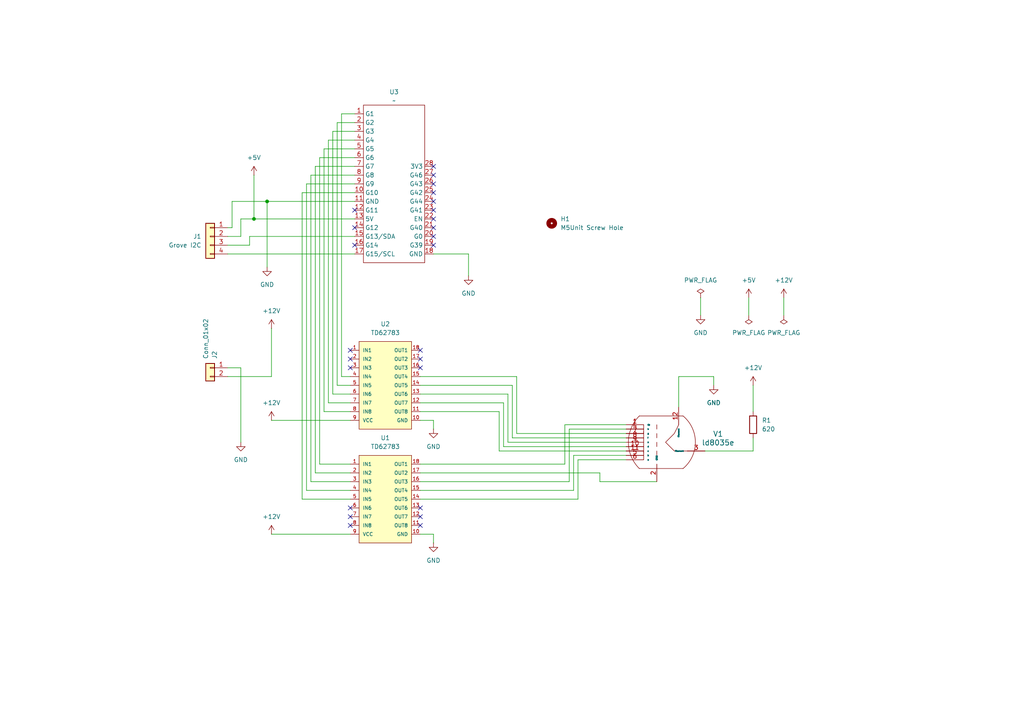
<source format=kicad_sch>
(kicad_sch (version 20231120) (generator "eeschema") (generator_version "8.0")
  (paper "A4")
  (lib_symbols
    (symbol "Connector_Generic:Conn_01x02" (pin_names (offset 1.016) hide)
      (property "Reference" "J" (at 0 2.54 0))
      (property "Value" "Conn_01x02" (at 0 -5.08 0))
      (symbol "Conn_01x02_1_1"
        (rectangle (start -1.27 -2.413) (end 0 -2.667) (stroke (width 0.1524)))
        (rectangle (start -1.27 0.127) (end 0 -0.127) (stroke (width 0.1524)))
        (rectangle (start -1.27 1.27) (end 1.27 -3.81) (stroke (width 0.254)) (fill (type background)))
        (pin passive line (at -5.08 0 0) (length 3.81) (name "Pin_1") (number "1"))
        (pin passive line (at -5.08 -2.54 0) (length 3.81) (name "Pin_2") (number "2"))
      )
    )
    (symbol "Connector_Generic:Conn_01x04" (pin_names (offset 1.016) hide)
      (property "Reference" "J" (at 0 5.08 0))
      (property "Value" "Conn_01x04" (at 0 -7.62 0))
      (symbol "Conn_01x04_1_1"
        (rectangle (start -1.27 -4.953) (end 0 -5.207) (stroke (width 0.1524)))
        (rectangle (start -1.27 -2.413) (end 0 -2.667) (stroke (width 0.1524)))
        (rectangle (start -1.27 0.127) (end 0 -0.127) (stroke (width 0.1524)))
        (rectangle (start -1.27 2.667) (end 0 2.413) (stroke (width 0.1524)))
        (rectangle (start -1.27 3.81) (end 1.27 -6.35) (stroke (width 0.254)) (fill (type background)))
        (pin passive line (at -5.08 2.54 0) (length 3.81) (name "Pin_1") (number "1"))
        (pin passive line (at -5.08 0 0) (length 3.81) (name "Pin_2") (number "2"))
        (pin passive line (at -5.08 -2.54 0) (length 3.81) (name "Pin_3") (number "3"))
        (pin passive line (at -5.08 -5.08 0) (length 3.81) (name "Pin_4") (number "4"))
      )
    )
    (symbol "Device:R" (pin_numbers hide) (pin_names (offset 0))
      (property "Reference" "R" (at 2.032 0 90))
      (property "Value" "R" (at 0 0 90))
      (symbol "R_0_1"
        (rectangle (start -1.016 -2.54) (end 1.016 2.54) (stroke (width 0.254)))
      )
      (symbol "R_1_1"
        (pin passive line (at 0 3.81 270) (length 1.27) (name "~") (number "1"))
        (pin passive line (at 0 -3.81 90) (length 1.27) (name "~") (number "2"))
      )
    )
    (symbol "Unit-HDPL:M5StampS3"
      (property "Reference" "U" (at 0 1.27 0))
      (symbol "M5StampS3_0_1"
        (rectangle (start -8.89 0) (end 8.89 -45.72))
      )
      (symbol "M5StampS3_1_1"
        (pin bidirectional line (at -11.43 -2.54 0) (length 2.54) (name "G1") (number "1"))
        (pin bidirectional line (at -11.43 -25.4 0) (length 2.54) (name "G10") (number "10"))
        (pin power_in line (at -11.43 -27.94 0) (length 2.54) (name "GND") (number "11"))
        (pin bidirectional line (at -11.43 -30.48 0) (length 2.54) (name "G11") (number "12"))
        (pin power_in line (at -11.43 -33.02 0) (length 2.54) (name "5V") (number "13"))
        (pin bidirectional line (at -11.43 -35.56 0) (length 2.54) (name "G12") (number "14"))
        (pin bidirectional line (at -11.43 -38.1 0) (length 2.54) (name "G13/SDA") (number "15"))
        (pin bidirectional line (at -11.43 -40.64 0) (length 2.54) (name "G14") (number "16"))
        (pin bidirectional line (at -11.43 -43.18 0) (length 2.54) (name "G15/SCL") (number "17"))
        (pin power_in line (at 11.43 -43.18 180) (length 2.54) (name "GND") (number "18"))
        (pin bidirectional line (at 11.43 -40.64 180) (length 2.54) (name "G39") (number "19"))
        (pin bidirectional line (at -11.43 -5.08 0) (length 2.54) (name "G2") (number "2"))
        (pin bidirectional line (at 11.43 -38.1 180) (length 2.54) (name "G0") (number "20"))
        (pin bidirectional line (at 11.43 -35.56 180) (length 2.54) (name "G40") (number "21"))
        (pin bidirectional line (at 11.43 -33.02 180) (length 2.54) (name "EN") (number "22"))
        (pin bidirectional line (at 11.43 -30.48 180) (length 2.54) (name "G41") (number "23"))
        (pin bidirectional line (at 11.43 -27.94 180) (length 2.54) (name "G44") (number "24"))
        (pin bidirectional line (at 11.43 -25.4 180) (length 2.54) (name "G42") (number "25"))
        (pin bidirectional line (at 11.43 -22.86 180) (length 2.54) (name "G43") (number "26"))
        (pin bidirectional line (at 11.43 -20.32 180) (length 2.54) (name "G46") (number "27"))
        (pin power_in line (at 11.43 -17.78 180) (length 2.54) (name "3V3") (number "28"))
        (pin bidirectional line (at -11.43 -7.62 0) (length 2.54) (name "G3") (number "3"))
        (pin bidirectional line (at -11.43 -10.16 0) (length 2.54) (name "G4") (number "4"))
        (pin bidirectional line (at -11.43 -12.7 0) (length 2.54) (name "G5") (number "5"))
        (pin bidirectional line (at -11.43 -15.24 0) (length 2.54) (name "G6") (number "6"))
        (pin bidirectional line (at -11.43 -17.78 0) (length 2.54) (name "G7") (number "7"))
        (pin bidirectional line (at -11.43 -20.32 0) (length 2.54) (name "G8") (number "8"))
        (pin bidirectional line (at -11.43 -22.86 0) (length 2.54) (name "G9") (number "9"))
      )
    )
    (symbol "Unit-HDPL:unit_mouting_hole"
      (property "Reference" "H" (at 0 2.54 0))
      (property "Value" "M5Unit Screw Hole" (at 0 0 0))
      (symbol "unit_mouting_hole_1_1"
        (circle (center 0 0) (radius 0.9158) (stroke (width 1.27)))
      )
    )
    (symbol "VFD_Clock_LD8035-rescue:GND" (power) (pin_names (offset 0))
      (property "Value" "GND" (at 0 -3.81 0))
      (symbol "GND_0_1"
        (polyline (pts (xy 0 0) (xy 0 -1.27) (xy 1.27 -1.27) (xy 0 -2.54) (xy -1.27 -1.27) (xy 0 -1.27)))
      )
      (symbol "GND_1_1"
        (pin power_in line (at 0 0 270) (length 0) hide (name "GND") (number "1"))
      )
    )
    (symbol "VFD_Clock_LD8035-rescue:TD62783" (pin_names (offset 1.016))
      (property "Reference" "U" (at 0 -13.97 0))
      (property "Value" "TD62783" (at 0 13.97 0))
      (symbol "TD62783_0_1"
        (rectangle (start -7.62 12.7) (end 7.62 -12.7) (fill (type background)))
      )
      (symbol "TD62783_1_1"
        (pin input line (at -10.16 10.16 0) (length 2.54) (name "IN1") (number "1"))
        (pin power_in line (at 10.16 -10.16 180) (length 2.54) (name "GND") (number "10"))
        (pin output line (at 10.16 -7.62 180) (length 2.54) (name "OUT8") (number "11"))
        (pin output line (at 10.16 -5.08 180) (length 2.54) (name "OUT7") (number "12"))
        (pin output line (at 10.16 -2.54 180) (length 2.54) (name "OUT6") (number "13"))
        (pin output line (at 10.16 0 180) (length 2.54) (name "OUT5") (number "14"))
        (pin output line (at 10.16 2.54 180) (length 2.54) (name "OUT4") (number "15"))
        (pin output line (at 10.16 5.08 180) (length 2.54) (name "OUT3") (number "16"))
        (pin output line (at 10.16 7.62 180) (length 2.54) (name "OUT2") (number "17"))
        (pin output line (at 10.16 10.16 180) (length 2.54) (name "OUT1") (number "18"))
        (pin input line (at -10.16 7.62 0) (length 2.54) (name "IN2") (number "2"))
        (pin input line (at -10.16 5.08 0) (length 2.54) (name "IN3") (number "3"))
        (pin input line (at -10.16 2.54 0) (length 2.54) (name "IN4") (number "4"))
        (pin input line (at -10.16 0 0) (length 2.54) (name "IN5") (number "5"))
        (pin input line (at -10.16 -2.54 0) (length 2.54) (name "IN6") (number "6"))
        (pin input line (at -10.16 -5.08 0) (length 2.54) (name "IN7") (number "7"))
        (pin input line (at -10.16 -7.62 0) (length 2.54) (name "IN8") (number "8"))
        (pin power_in line (at -10.16 -10.16 0) (length 2.54) (name "VCC") (number "9"))
      )
    )
    (symbol "VFD_Clock_LD8035-rescue:ld8035e" (pin_names (offset 1.016))
      (property "Reference" "V" (at 20.32 -3.175 0))
      (property "Value" "ld8035e" (at 15.875 1.905 0))
      (symbol "ld8035e_0_1"
        (arc (start -7.62 -5.08) (mid 0 -8.649) (end 7.62 -5.08))
        (polyline (pts (xy -7.62 7.62) (xy -7.62 -5.08)))
        (polyline (pts (xy -5.08 2.54) (xy -2.54 2.54)))
        (polyline (pts (xy -5.08 6.35) (xy -2.54 6.35)))
        (polyline (pts (xy -1.27 2.54) (xy 0 2.54)))
        (polyline (pts (xy 1.27 2.54) (xy 2.54 2.54)))
        (polyline (pts (xy 3.175 6.35) (xy -3.175 6.35)))
        (polyline (pts (xy 3.81 2.54) (xy 5.08 2.54)))
        (polyline (pts (xy 7.62 7.62) (xy 7.62 -5.08)))
        (polyline (pts (xy 5.08 6.35) (xy 3.81 6.35) (xy 2.54 6.35)))
        (polyline (pts (xy -2.54 -6.35) (xy -2.54 -2.54) (xy 0 0) (xy 2.54 -2.54) (xy 5.08 -3.81)))
        (arc (start 7.62 7.62) (mid 0 10.7763) (end -7.62 7.62))
      )
      (symbol "ld8035e_1_1"
        (pin input line (at 5.08 11.43 270) (length 5.08) (name "dp") (number "1"))
        (pin input line (at -1.27 11.43 270) (length 5.08) (name "d") (number "10"))
        (pin input line (at -2.54 11.43 270) (length 5.08) (name "c") (number "11"))
        (pin input line (at 10.16 -3.81 180) (length 5.08) (name "filament") (number "12"))
        (pin input line (at -11.43 2.54 0) (length 5.08) (name "GRID") (number "2"))
        (pin input line (at -2.54 -11.43 90) (length 5.08) (name "filament") (number "3"))
        (pin input line (at 3.81 11.43 270) (length 5.08) (name "h") (number "4"))
        (pin input line (at -3.81 11.43 270) (length 5.08) (name "b") (number "5"))
        (pin input line (at -5.08 11.43 270) (length 5.08) (name "a") (number "6"))
        (pin input line (at 2.54 11.43 270) (length 5.08) (name "g") (number "7"))
        (pin input line (at 1.27 11.43 270) (length 5.08) (name "f") (number "8"))
        (pin input line (at 0 11.43 270) (length 5.08) (name "e") (number "9"))
      )
    )
    (symbol "power:+12V" (power) (pin_numbers hide) (pin_names (offset 0) hide)
      (property "Value" "+12V" (at 0 3.556 0))
      (symbol "+12V_0_1"
        (polyline (pts (xy -0.762 1.27) (xy 0 2.54)))
        (polyline (pts (xy 0 0) (xy 0 2.54)))
        (polyline (pts (xy 0 2.54) (xy 0.762 1.27)))
      )
      (symbol "+12V_1_1"
        (pin power_in line (at 0 0 90) (length 0) (name "~") (number "1"))
      )
    )
    (symbol "power:+5V" (power) (pin_numbers hide) (pin_names (offset 0) hide)
      (property "Value" "+5V" (at 0 3.556 0))
      (symbol "+5V_0_1"
        (polyline (pts (xy -0.762 1.27) (xy 0 2.54)))
        (polyline (pts (xy 0 0) (xy 0 2.54)))
        (polyline (pts (xy 0 2.54) (xy 0.762 1.27)))
      )
      (symbol "+5V_1_1"
        (pin power_in line (at 0 0 90) (length 0) (name "~") (number "1"))
      )
    )
    (symbol "power:GND" (power) (pin_numbers hide) (pin_names (offset 0) hide)
      (property "Value" "GND" (at 0 -3.81 0))
      (symbol "GND_0_1"
        (polyline (pts (xy 0 0) (xy 0 -1.27) (xy 1.27 -1.27) (xy 0 -2.54) (xy -1.27 -1.27) (xy 0 -1.27)))
      )
      (symbol "GND_1_1"
        (pin power_in line (at 0 0 270) (length 0) (name "~") (number "1"))
      )
    )
    (symbol "power:PWR_FLAG" (power) (pin_numbers hide) (pin_names (offset 0) hide)
      (property "Value" "PWR_FLAG" (at 0 3.81 0))
      (symbol "PWR_FLAG_0_0"
        (pin power_out line (at 0 0 90) (length 0) (name "~") (number "1"))
      )
      (symbol "PWR_FLAG_0_1"
        (polyline (pts (xy 0 0) (xy 0 1.27) (xy -1.016 1.905) (xy 0 2.54) (xy 1.016 1.905) (xy 0 1.27)))
      )
    )
  )
  (junction (at 73.66 63.5))
  (junction (at 77.47 58.42))
  (no_connect (at 125.73 58.42))
  (no_connect (at 101.6 147.32))
  (no_connect (at 121.92 152.4))
  (no_connect (at 102.87 60.96))
  (no_connect (at 125.73 66.04))
  (no_connect (at 125.73 53.34))
  (no_connect (at 121.92 149.86))
  (no_connect (at 125.73 60.96))
  (no_connect (at 125.73 63.5))
  (no_connect (at 101.6 149.86))
  (no_connect (at 125.73 71.12))
  (no_connect (at 121.92 101.6))
  (no_connect (at 102.87 66.04))
  (no_connect (at 121.92 147.32))
  (no_connect (at 101.6 106.68))
  (no_connect (at 125.73 55.88))
  (no_connect (at 101.6 104.14))
  (no_connect (at 125.73 50.8))
  (no_connect (at 125.73 48.26))
  (no_connect (at 102.87 71.12))
  (no_connect (at 101.6 152.4))
  (no_connect (at 121.92 104.14))
  (no_connect (at 125.73 68.58))
  (no_connect (at 101.6 101.6))
  (no_connect (at 121.92 106.68))
  (wire (pts (xy 207.01 109.22) (xy 207.01 111.76)))
  (wire (pts (xy 92.71 45.72) (xy 92.71 134.62)))
  (wire (pts (xy 163.83 123.19) (xy 163.83 134.62)))
  (wire (pts (xy 101.6 154.94) (xy 78.74 154.94)))
  (wire (pts (xy 173.99 139.7) (xy 190.5 139.7)))
  (wire (pts (xy 125.73 121.92) (xy 125.73 124.46)))
  (wire (pts (xy 101.6 137.16) (xy 91.44 137.16)))
  (wire (pts (xy 87.63 55.88) (xy 87.63 144.78)))
  (wire (pts (xy 73.66 50.8) (xy 73.66 63.5)))
  (wire (pts (xy 121.92 154.94) (xy 125.73 154.94)))
  (wire (pts (xy 102.87 45.72) (xy 92.71 45.72)))
  (wire (pts (xy 149.86 125.73) (xy 149.86 109.22)))
  (wire (pts (xy 69.85 68.58) (xy 69.85 63.5)))
  (wire (pts (xy 77.47 58.42) (xy 77.47 77.47)))
  (wire (pts (xy 72.39 71.12) (xy 66.04 71.12)))
  (wire (pts (xy 121.92 134.62) (xy 163.83 134.62)))
  (wire (pts (xy 69.85 63.5) (xy 73.66 63.5)))
  (wire (pts (xy 218.44 111.76) (xy 218.44 119.38)))
  (wire (pts (xy 135.89 73.66) (xy 135.89 80.01)))
  (wire (pts (xy 181.61 123.19) (xy 163.83 123.19)))
  (wire (pts (xy 101.6 142.24) (xy 88.9 142.24)))
  (wire (pts (xy 97.79 111.76) (xy 97.79 35.56)))
  (wire (pts (xy 167.64 133.35) (xy 167.64 144.78)))
  (wire (pts (xy 149.86 109.22) (xy 121.92 109.22)))
  (wire (pts (xy 73.66 63.5) (xy 102.87 63.5)))
  (wire (pts (xy 147.32 128.27) (xy 147.32 114.3)))
  (wire (pts (xy 92.71 134.62) (xy 101.6 134.62)))
  (wire (pts (xy 102.87 38.1) (xy 96.52 38.1)))
  (wire (pts (xy 121.92 139.7) (xy 165.1 139.7)))
  (wire (pts (xy 66.04 109.22) (xy 78.74 109.22)))
  (wire (pts (xy 95.25 116.84) (xy 101.6 116.84)))
  (wire (pts (xy 99.06 109.22) (xy 101.6 109.22)))
  (wire (pts (xy 181.61 129.54) (xy 146.05 129.54)))
  (wire (pts (xy 146.05 129.54) (xy 146.05 116.84)))
  (wire (pts (xy 144.78 119.38) (xy 144.78 130.81)))
  (wire (pts (xy 99.06 33.02) (xy 99.06 109.22)))
  (wire (pts (xy 217.17 86.36) (xy 217.17 91.44)))
  (wire (pts (xy 101.6 111.76) (xy 97.79 111.76)))
  (wire (pts (xy 218.44 127) (xy 218.44 130.81)))
  (wire (pts (xy 146.05 116.84) (xy 121.92 116.84)))
  (wire (pts (xy 95.25 40.64) (xy 95.25 116.84)))
  (wire (pts (xy 102.87 50.8) (xy 90.17 50.8)))
  (wire (pts (xy 67.31 66.04) (xy 67.31 58.42)))
  (wire (pts (xy 78.74 121.92) (xy 101.6 121.92)))
  (wire (pts (xy 66.04 106.68) (xy 69.85 106.68)))
  (wire (pts (xy 196.85 118.11) (xy 196.85 109.22)))
  (wire (pts (xy 181.61 130.81) (xy 144.78 130.81)))
  (wire (pts (xy 147.32 114.3) (xy 121.92 114.3)))
  (wire (pts (xy 121.92 144.78) (xy 167.64 144.78)))
  (wire (pts (xy 125.73 73.66) (xy 135.89 73.66)))
  (wire (pts (xy 121.92 119.38) (xy 144.78 119.38)))
  (wire (pts (xy 93.98 119.38) (xy 101.6 119.38)))
  (wire (pts (xy 90.17 50.8) (xy 90.17 139.7)))
  (wire (pts (xy 90.17 139.7) (xy 101.6 139.7)))
  (wire (pts (xy 173.99 137.16) (xy 173.99 139.7)))
  (wire (pts (xy 77.47 58.42) (xy 102.87 58.42)))
  (wire (pts (xy 166.37 132.08) (xy 166.37 142.24)))
  (wire (pts (xy 69.85 106.68) (xy 69.85 128.27)))
  (wire (pts (xy 227.33 86.36) (xy 227.33 91.44)))
  (wire (pts (xy 96.52 114.3) (xy 101.6 114.3)))
  (wire (pts (xy 91.44 48.26) (xy 102.87 48.26)))
  (wire (pts (xy 102.87 43.18) (xy 93.98 43.18)))
  (wire (pts (xy 181.61 128.27) (xy 147.32 128.27)))
  (wire (pts (xy 96.52 38.1) (xy 96.52 114.3)))
  (wire (pts (xy 181.61 127) (xy 148.59 127)))
  (wire (pts (xy 125.73 154.94) (xy 125.73 157.48)))
  (wire (pts (xy 78.74 95.25) (xy 78.74 109.22)))
  (wire (pts (xy 102.87 68.58) (xy 72.39 68.58)))
  (wire (pts (xy 181.61 125.73) (xy 149.86 125.73)))
  (wire (pts (xy 148.59 111.76) (xy 121.92 111.76)))
  (wire (pts (xy 121.92 137.16) (xy 173.99 137.16)))
  (wire (pts (xy 67.31 58.42) (xy 77.47 58.42)))
  (wire (pts (xy 196.85 109.22) (xy 207.01 109.22)))
  (wire (pts (xy 97.79 35.56) (xy 102.87 35.56)))
  (wire (pts (xy 102.87 40.64) (xy 95.25 40.64)))
  (wire (pts (xy 93.98 43.18) (xy 93.98 119.38)))
  (wire (pts (xy 66.04 73.66) (xy 102.87 73.66)))
  (wire (pts (xy 88.9 142.24) (xy 88.9 53.34)))
  (wire (pts (xy 66.04 68.58) (xy 69.85 68.58)))
  (wire (pts (xy 218.44 130.81) (xy 204.47 130.81)))
  (wire (pts (xy 121.92 142.24) (xy 166.37 142.24)))
  (wire (pts (xy 72.39 68.58) (xy 72.39 71.12)))
  (wire (pts (xy 148.59 127) (xy 148.59 111.76)))
  (wire (pts (xy 102.87 33.02) (xy 99.06 33.02)))
  (wire (pts (xy 165.1 124.46) (xy 165.1 139.7)))
  (wire (pts (xy 102.87 55.88) (xy 87.63 55.88)))
  (wire (pts (xy 66.04 66.04) (xy 67.31 66.04)))
  (wire (pts (xy 181.61 124.46) (xy 165.1 124.46)))
  (wire (pts (xy 87.63 144.78) (xy 101.6 144.78)))
  (wire (pts (xy 181.61 132.08) (xy 166.37 132.08)))
  (wire (pts (xy 203.2 86.36) (xy 203.2 91.44)))
  (wire (pts (xy 91.44 137.16) (xy 91.44 48.26)))
  (wire (pts (xy 88.9 53.34) (xy 102.87 53.34)))
  (wire (pts (xy 121.92 121.92) (xy 125.73 121.92)))
  (wire (pts (xy 181.61 133.35) (xy 167.64 133.35)))
  (symbol (lib_id "power:GND") (at 69.85 128.27 0) (unit 1)
    (property "Reference" "#PWR07" (effects (hide yes)))
    (property "Value" "GND" (at 69.85 133.35 0))
    (property "Description" "Power symbol creates a global label with name \"GND\" , ground" (effects (hide yes)))
  )
  (symbol (lib_id "Unit-HDPL:unit_mouting_hole") (at 160.02 64.77 0) (unit 1)
    (property "Reference" "H1" (at 162.56 63.4999 0) (effects (justify left)))
    (property "Value" "M5Unit Screw Hole" (at 162.56 66.0399 0) (effects (justify left)))
    (property "Footprint" "footprints:unit_mounting_hole" (effects (hide yes)))
    (property "Description" "M5Unit Screw Hole" (effects (hide yes)))
  )
  (symbol (lib_id "power:+12V") (at 227.33 86.36 0) (unit 1)
    (property "Reference" "#PWR02" (effects (hide yes)))
    (property "Value" "+12V" (at 227.33 81.28 0))
    (property "Description" "Power symbol creates a global label with name \"+12V\"" (effects (hide yes)))
  )
  (symbol (lib_id "power:PWR_FLAG") (at 227.33 91.44 180) (unit 1)
    (property "Reference" "#FLG03" (effects (hide yes)))
    (property "Value" "PWR_FLAG" (at 227.33 96.52 0))
    (property "Description" "Special symbol for telling ERC where power comes from" (effects (hide yes)))
  )
  (symbol (lib_id "power:+5V") (at 217.17 86.36 0) (unit 1)
    (property "Reference" "#PWR05" (effects (hide yes)))
    (property "Value" "+5V" (at 217.17 81.28 0))
    (property "Description" "Power symbol creates a global label with name \"+5V\"" (effects (hide yes)))
  )
  (symbol (lib_id "Unit-HDPL:M5StampS3") (at 114.3 30.48 0) (unit 1)
    (property "Reference" "U3" (at 114.3 26.67 0))
    (property "Value" "~" (at 114.3 29.21 0))
    (property "Footprint" "footprints:M5StampS3" (effects (hide yes)))
  )
  (symbol (lib_id "power:PWR_FLAG") (at 217.17 91.44 180) (unit 1)
    (property "Reference" "#FLG02" (effects (hide yes)))
    (property "Value" "PWR_FLAG" (at 217.17 96.52 0))
    (property "Description" "Special symbol for telling ERC where power comes from" (effects (hide yes)))
  )
  (symbol (lib_id "VFD_Clock_LD8035-rescue:GND") (at 203.2 91.44 0) (unit 1)
    (property "Reference" "#PWR04" (effects (hide yes)))
    (property "Value" "GND" (at 203.2 96.52 0))
  )
  (symbol (lib_id "VFD_Clock_LD8035-rescue:TD62783") (at 111.76 111.76 0) (unit 1)
    (property "Reference" "U2" (at 111.76 93.98 0))
    (property "Value" "TD62783" (at 111.76 96.52 0))
    (property "Footprint" "Package_SO:SOP-18_7x12.5mm_P1.27mm" (effects (hide yes)))
  )
  (symbol (lib_id "power:+12V") (at 218.44 111.76 0) (unit 1)
    (property "Reference" "#PWR01" (effects (hide yes)))
    (property "Value" "+12V" (at 218.44 106.68 0))
    (property "Description" "Power symbol creates a global label with name \"+12V\"" (effects (hide yes)))
  )
  (symbol (lib_id "power:GND") (at 125.73 124.46 0) (unit 1)
    (property "Reference" "#PWR08" (effects (hide yes)))
    (property "Value" "GND" (at 125.73 129.54 0))
    (property "Description" "Power symbol creates a global label with name \"GND\" , ground" (effects (hide yes)))
  )
  (symbol (lib_id "VFD_Clock_LD8035-rescue:GND") (at 77.47 77.47 0) (unit 1)
    (property "Reference" "#PWR013" (effects (hide yes)))
    (property "Value" "GND" (at 77.47 82.55 0))
  )
  (symbol (lib_id "Connector_Generic:Conn_01x04") (at 60.96 68.58 0) (mirror y) (unit 1)
    (property "Reference" "J1" (at 58.42 68.5799 0) (effects (justify left)))
    (property "Value" "Grove I2C" (at 58.42 71.1199 0) (effects (justify left)))
    (property "Footprint" "footprints:HY2.0-4P" (effects (hide yes)))
    (property "Description" "Generic connector, single row, 01x04, script generated (kicad-library-utils/schlib/autogen/connector/)" (effects (hide yes)))
  )
  (symbol (lib_id "power:PWR_FLAG") (at 203.2 86.36 0) (unit 1)
    (property "Reference" "#FLG01" (effects (hide yes)))
    (property "Value" "PWR_FLAG" (at 203.2 81.28 0))
    (property "Description" "Special symbol for telling ERC where power comes from" (effects (hide yes)))
  )
  (symbol (lib_id "Device:R") (at 218.44 123.19 0) (unit 1)
    (property "Reference" "R1" (at 220.98 121.9199 0) (effects (justify left)))
    (property "Value" "620" (at 220.98 124.4599 0) (effects (justify left)))
    (property "Footprint" "Resistor_THT:R_Axial_DIN0207_L6.3mm_D2.5mm_P7.62mm_Horizontal" (effects (hide yes)))
    (property "Description" "Resistor" (effects (hide yes)))
  )
  (symbol (lib_id "power:+12V") (at 78.74 154.94 0) (unit 1)
    (property "Reference" "#PWR011" (effects (hide yes)))
    (property "Value" "+12V" (at 78.74 149.86 0))
    (property "Description" "Power symbol creates a global label with name \"+12V\"" (effects (hide yes)))
  )
  (symbol (lib_id "Connector_Generic:Conn_01x02") (at 60.96 106.68 0) (mirror y) (unit 1)
    (property "Reference" "J2" (at 62.2301 104.14 90) (effects (justify left)))
    (property "Value" "Conn_01x02" (at 59.6901 104.14 90) (effects (justify left)))
    (property "Footprint" "Connector_JST:JST_XH_B2B-XH-A_1x02_P2.50mm_Vertical" (effects (hide yes)))
    (property "Description" "Generic connector, single row, 01x02, script generated (kicad-library-utils/schlib/autogen/connector/)" (effects (hide yes)))
  )
  (symbol (lib_id "VFD_Clock_LD8035-rescue:GND") (at 135.89 80.01 0) (unit 1)
    (property "Reference" "#PWR014" (effects (hide yes)))
    (property "Value" "GND" (at 135.89 85.09 0))
  )
  (symbol (lib_id "power:+5V") (at 73.66 50.8 0) (unit 1)
    (property "Reference" "#PWR012" (effects (hide yes)))
    (property "Value" "+5V" (at 73.66 45.72 0))
    (property "Description" "Power symbol creates a global label with name \"+5V\"" (effects (hide yes)))
  )
  (symbol (lib_id "power:GND") (at 125.73 157.48 0) (unit 1)
    (property "Reference" "#PWR09" (effects (hide yes)))
    (property "Value" "GND" (at 125.73 162.56 0))
    (property "Description" "Power symbol creates a global label with name \"GND\" , ground" (effects (hide yes)))
  )
  (symbol (lib_id "power:+12V") (at 78.74 121.92 0) (unit 1)
    (property "Reference" "#PWR010" (effects (hide yes)))
    (property "Value" "+12V" (at 78.74 116.84 0))
    (property "Description" "Power symbol creates a global label with name \"+12V\"" (effects (hide yes)))
  )
  (symbol (lib_id "power:GND") (at 207.01 111.76 0) (unit 1)
    (property "Reference" "#PWR03" (effects (hide yes)))
    (property "Value" "GND" (at 207.01 116.84 0))
    (property "Description" "Power symbol creates a global label with name \"GND\" , ground" (effects (hide yes)))
  )
  (symbol (lib_id "VFD_Clock_LD8035-rescue:ld8035e") (at 193.04 128.27 90) (unit 1)
    (property "Reference" "V1" (at 208.28 125.8568 90) (effects (font (size 1.524 1.524))))
    (property "Value" "ld8035e" (at 208.28 128.3968 90) (effects (font (size 1.524 1.524))))
    (property "Footprint" "footprints:LD8035E" (effects (hide yes)))
  )
  (symbol (lib_id "VFD_Clock_LD8035-rescue:TD62783") (at 111.76 144.78 0) (unit 1)
    (property "Reference" "U1" (at 111.76 127 0))
    (property "Value" "TD62783" (at 111.76 129.54 0))
    (property "Footprint" "Package_SO:SOP-18_7x12.5mm_P1.27mm" (effects (hide yes)))
  )
  (symbol (lib_id "power:+12V") (at 78.74 95.25 0) (unit 1)
    (property "Reference" "#PWR06" (effects (hide yes)))
    (property "Value" "+12V" (at 78.74 90.17 0))
    (property "Description" "Power symbol creates a global label with name \"+12V\"" (effects (hide yes)))
  )
)
</source>
